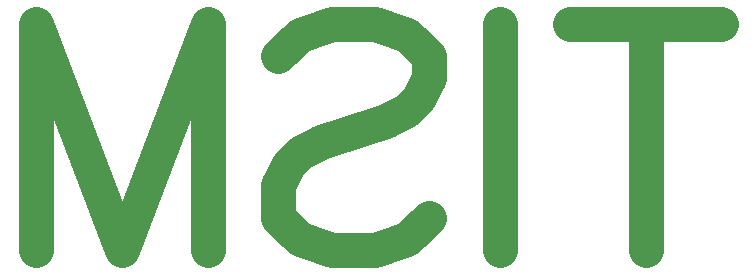
<source format=gbo>
G04 Layer: BottomSilkscreenLayer*
G04 EasyEDA v6.5.1, 2022-06-25 03:13:47*
G04 a67cddfb3fce44daa9051d46cbbcc19f,10*
G04 Gerber Generator version 0.2*
G04 Scale: 100 percent, Rotated: No, Reflected: No *
G04 Dimensions in millimeters *
G04 leading zeros omitted , absolute positions ,4 integer and 5 decimal *
%FSLAX45Y45*%
%MOMM*%

%ADD12C,3.0000*%

%LPD*%
D12*
X6863636Y5418183D02*
G01*
X6863636Y3509091D01*
X7500000Y5418183D02*
G01*
X6227272Y5418183D01*
X5627273Y5418183D02*
G01*
X5627273Y3509091D01*
X3754546Y5145455D02*
G01*
X3936365Y5327274D01*
X4209089Y5418183D01*
X4572726Y5418183D01*
X4845453Y5327274D01*
X5027272Y5145455D01*
X5027272Y4963637D01*
X4936363Y4781819D01*
X4845453Y4690910D01*
X4663635Y4600000D01*
X4118183Y4418182D01*
X3936365Y4327273D01*
X3845455Y4236364D01*
X3754546Y4054546D01*
X3754546Y3781818D01*
X3936365Y3600000D01*
X4209089Y3509091D01*
X4572726Y3509091D01*
X4845453Y3600000D01*
X5027272Y3781818D01*
X3154545Y5418183D02*
G01*
X3154545Y3509091D01*
X3154545Y5418183D02*
G01*
X2427272Y3509091D01*
X1699999Y5418183D02*
G01*
X2427272Y3509091D01*
X1699999Y5418183D02*
G01*
X1699999Y3509091D01*
M02*

</source>
